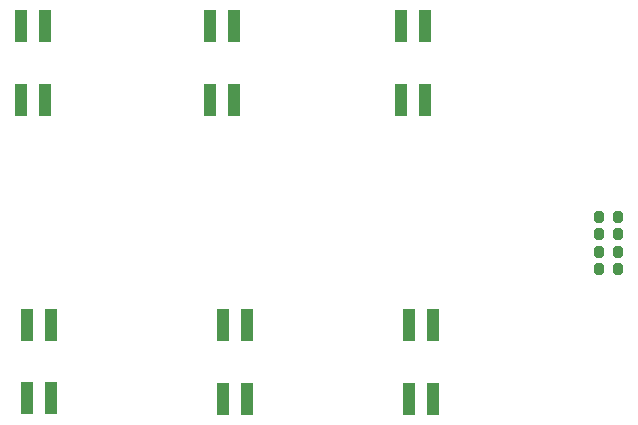
<source format=gbr>
%TF.GenerationSoftware,KiCad,Pcbnew,8.0.2*%
%TF.CreationDate,2025-04-21T15:08:20+02:00*%
%TF.ProjectId,logic,6c6f6769-632e-46b6-9963-61645f706362,rev?*%
%TF.SameCoordinates,Original*%
%TF.FileFunction,Paste,Bot*%
%TF.FilePolarity,Positive*%
%FSLAX46Y46*%
G04 Gerber Fmt 4.6, Leading zero omitted, Abs format (unit mm)*
G04 Created by KiCad (PCBNEW 8.0.2) date 2025-04-21 15:08:20*
%MOMM*%
%LPD*%
G01*
G04 APERTURE LIST*
G04 Aperture macros list*
%AMRoundRect*
0 Rectangle with rounded corners*
0 $1 Rounding radius*
0 $2 $3 $4 $5 $6 $7 $8 $9 X,Y pos of 4 corners*
0 Add a 4 corners polygon primitive as box body*
4,1,4,$2,$3,$4,$5,$6,$7,$8,$9,$2,$3,0*
0 Add four circle primitives for the rounded corners*
1,1,$1+$1,$2,$3*
1,1,$1+$1,$4,$5*
1,1,$1+$1,$6,$7*
1,1,$1+$1,$8,$9*
0 Add four rect primitives between the rounded corners*
20,1,$1+$1,$2,$3,$4,$5,0*
20,1,$1+$1,$4,$5,$6,$7,0*
20,1,$1+$1,$6,$7,$8,$9,0*
20,1,$1+$1,$8,$9,$2,$3,0*%
G04 Aperture macros list end*
%ADD10R,1.000000X2.750000*%
%ADD11RoundRect,0.200000X-0.200000X-0.275000X0.200000X-0.275000X0.200000X0.275000X-0.200000X0.275000X0*%
G04 APERTURE END LIST*
D10*
%TO.C,J22*%
X124349000Y-147905000D03*
X124349000Y-141655000D03*
X126349000Y-147905000D03*
X126349000Y-141655000D03*
%TD*%
D11*
%TO.C,R5*%
X172733200Y-135483600D03*
X174383200Y-135483600D03*
%TD*%
%TO.C,R4*%
X172733200Y-134010400D03*
X174383200Y-134010400D03*
%TD*%
D10*
%TO.C,J20*%
X140960600Y-147930400D03*
X140960600Y-141680400D03*
X142960600Y-147930400D03*
X142960600Y-141680400D03*
%TD*%
%TO.C,J11*%
X125841000Y-116407400D03*
X125841000Y-122657400D03*
X123841000Y-116407400D03*
X123841000Y-122657400D03*
%TD*%
%TO.C,J17*%
X158673800Y-141681200D03*
X158673800Y-147931200D03*
X156673800Y-141681200D03*
X156673800Y-147931200D03*
%TD*%
D11*
%TO.C,R3*%
X172733200Y-132537200D03*
X174383200Y-132537200D03*
%TD*%
D10*
%TO.C,J7*%
X141843000Y-116407400D03*
X141843000Y-122657400D03*
X139843000Y-116407400D03*
X139843000Y-122657400D03*
%TD*%
%TO.C,J4*%
X157997400Y-116407400D03*
X157997400Y-122657400D03*
X155997400Y-116407400D03*
X155997400Y-122657400D03*
%TD*%
D11*
%TO.C,R6*%
X172733200Y-136956800D03*
X174383200Y-136956800D03*
%TD*%
M02*

</source>
